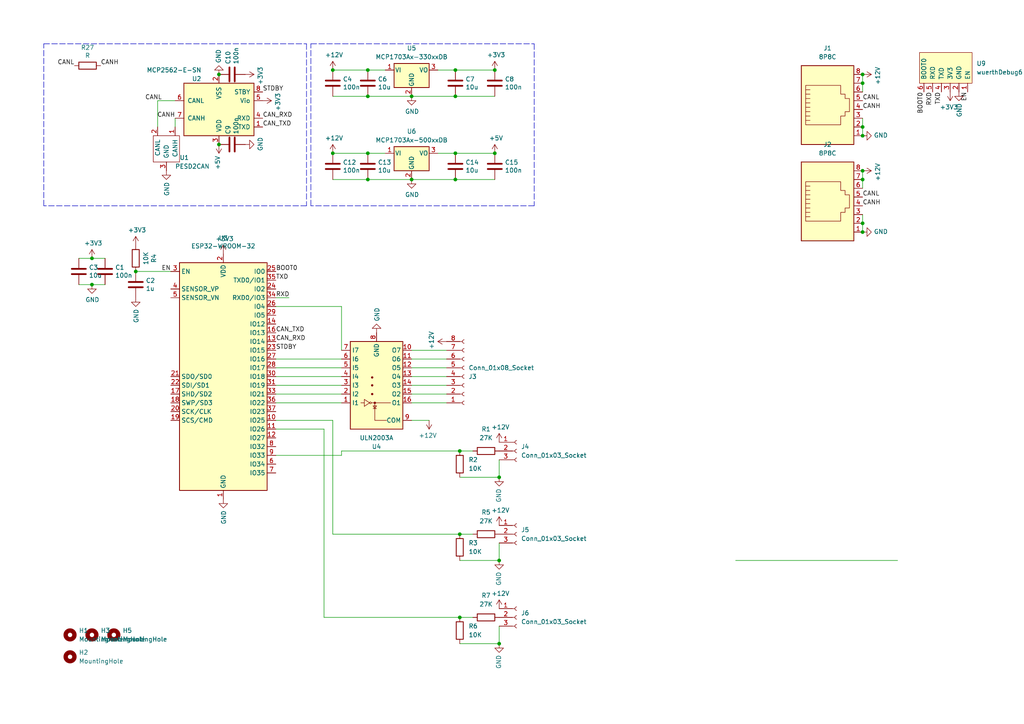
<source format=kicad_sch>
(kicad_sch (version 20231120) (generator "eeschema") (generator_version "8.0")
  (paper "A4")
  (lib_symbols
    (symbol "Connector:8P8C" (pin_names (offset 1.016))
      (property "Reference" "J" (at -5.08 13.97 0))
      (property "Value" "8P8C" (at 2.54 13.97 0))
      (symbol "8P8C_0_1"
        (polyline (pts (xy -5.08 4.445) (xy -6.35 4.445)))
        (polyline (pts (xy -5.08 5.715) (xy -6.35 5.715)))
        (polyline (pts (xy -6.35 -3.175) (xy -5.08 -3.175) (xy -5.08 -3.175)))
        (polyline (pts (xy -6.35 -1.905) (xy -5.08 -1.905) (xy -5.08 -1.905)))
        (polyline (pts (xy -6.35 -0.635) (xy -5.08 -0.635) (xy -5.08 -0.635)))
        (polyline (pts (xy -6.35 0.635) (xy -5.08 0.635) (xy -5.08 0.635)))
        (polyline (pts (xy -6.35 1.905) (xy -5.08 1.905) (xy -5.08 1.905)))
        (polyline (pts (xy -5.08 3.175) (xy -6.35 3.175) (xy -6.35 3.175)))
        (polyline (pts (xy -6.35 -4.445) (xy -6.35 6.985) (xy 3.81 6.985) (xy 3.81 4.445) (xy 5.08 4.445) (xy 5.08 3.175) (xy 6.35 3.175) (xy 6.35 -0.635) (xy 5.08 -0.635) (xy 5.08 -1.905) (xy 3.81 -1.905) (xy 3.81 -4.445) (xy -6.35 -4.445) (xy -6.35 -4.445)))
        (rectangle (start 7.62 12.7) (end -7.62 -10.16) (stroke (width 0.254)) (fill (type background)))
      )
      (symbol "8P8C_1_1"
        (pin passive line (at 10.16 -7.62 180) (length 2.54) (name "~") (number "1"))
        (pin passive line (at 10.16 -5.08 180) (length 2.54) (name "~") (number "2"))
        (pin passive line (at 10.16 -2.54 180) (length 2.54) (name "~") (number "3"))
        (pin passive line (at 10.16 0 180) (length 2.54) (name "~") (number "4"))
        (pin passive line (at 10.16 2.54 180) (length 2.54) (name "~") (number "5"))
        (pin passive line (at 10.16 5.08 180) (length 2.54) (name "~") (number "6"))
        (pin passive line (at 10.16 7.62 180) (length 2.54) (name "~") (number "7"))
        (pin passive line (at 10.16 10.16 180) (length 2.54) (name "~") (number "8"))
      )
    )
    (symbol "Connector:Conn_01x03_Socket" (pin_names (offset 1.016) hide)
      (property "Reference" "J" (at 0 5.08 0))
      (property "Value" "Conn_01x03_Socket" (at 0 -5.08 0))
      (symbol "Conn_01x03_Socket_1_1"
        (arc (start 0 -2.032) (mid -0.5058 -2.54) (end 0 -3.048) (stroke (width 0.1524)))
        (polyline (pts (xy -1.27 -2.54) (xy -0.508 -2.54)) (stroke (width 0.1524)))
        (polyline (pts (xy -1.27 0) (xy -0.508 0)) (stroke (width 0.1524)))
        (polyline (pts (xy -1.27 2.54) (xy -0.508 2.54)) (stroke (width 0.1524)))
        (arc (start 0 0.508) (mid -0.5058 0) (end 0 -0.508) (stroke (width 0.1524)))
        (arc (start 0 3.048) (mid -0.5058 2.54) (end 0 2.032) (stroke (width 0.1524)))
        (pin passive line (at -5.08 2.54 0) (length 3.81) (name "Pin_1") (number "1"))
        (pin passive line (at -5.08 0 0) (length 3.81) (name "Pin_2") (number "2"))
        (pin passive line (at -5.08 -2.54 0) (length 3.81) (name "Pin_3") (number "3"))
      )
    )
    (symbol "Connector:Conn_01x08_Socket" (pin_names (offset 1.016) hide)
      (property "Reference" "J" (at 0 10.16 0))
      (property "Value" "Conn_01x08_Socket" (at 0 -12.7 0))
      (symbol "Conn_01x08_Socket_1_1"
        (arc (start 0 -9.652) (mid -0.5058 -10.16) (end 0 -10.668) (stroke (width 0.1524)))
        (arc (start 0 -7.112) (mid -0.5058 -7.62) (end 0 -8.128) (stroke (width 0.1524)))
        (arc (start 0 -4.572) (mid -0.5058 -5.08) (end 0 -5.588) (stroke (width 0.1524)))
        (arc (start 0 -2.032) (mid -0.5058 -2.54) (end 0 -3.048) (stroke (width 0.1524)))
        (polyline (pts (xy -1.27 -10.16) (xy -0.508 -10.16)) (stroke (width 0.1524)))
        (polyline (pts (xy -1.27 -7.62) (xy -0.508 -7.62)) (stroke (width 0.1524)))
        (polyline (pts (xy -1.27 -5.08) (xy -0.508 -5.08)) (stroke (width 0.1524)))
        (polyline (pts (xy -1.27 -2.54) (xy -0.508 -2.54)) (stroke (width 0.1524)))
        (polyline (pts (xy -1.27 0) (xy -0.508 0)) (stroke (width 0.1524)))
        (polyline (pts (xy -1.27 2.54) (xy -0.508 2.54)) (stroke (width 0.1524)))
        (polyline (pts (xy -1.27 5.08) (xy -0.508 5.08)) (stroke (width 0.1524)))
        (polyline (pts (xy -1.27 7.62) (xy -0.508 7.62)) (stroke (width 0.1524)))
        (arc (start 0 0.508) (mid -0.5058 0) (end 0 -0.508) (stroke (width 0.1524)))
        (arc (start 0 3.048) (mid -0.5058 2.54) (end 0 2.032) (stroke (width 0.1524)))
        (arc (start 0 5.588) (mid -0.5058 5.08) (end 0 4.572) (stroke (width 0.1524)))
        (arc (start 0 8.128) (mid -0.5058 7.62) (end 0 7.112) (stroke (width 0.1524)))
        (pin passive line (at -5.08 7.62 0) (length 3.81) (name "Pin_1") (number "1"))
        (pin passive line (at -5.08 5.08 0) (length 3.81) (name "Pin_2") (number "2"))
        (pin passive line (at -5.08 2.54 0) (length 3.81) (name "Pin_3") (number "3"))
        (pin passive line (at -5.08 0 0) (length 3.81) (name "Pin_4") (number "4"))
        (pin passive line (at -5.08 -2.54 0) (length 3.81) (name "Pin_5") (number "5"))
        (pin passive line (at -5.08 -5.08 0) (length 3.81) (name "Pin_6") (number "6"))
        (pin passive line (at -5.08 -7.62 0) (length 3.81) (name "Pin_7") (number "7"))
        (pin passive line (at -5.08 -10.16 0) (length 3.81) (name "Pin_8") (number "8"))
      )
    )
    (symbol "Device:C" (pin_numbers hide) (pin_names (offset 0.254))
      (property "Reference" "C" (at 0.635 2.54 0))
      (property "Value" "C" (at 0.635 -2.54 0))
      (symbol "C_0_1"
        (polyline (pts (xy -2.032 -0.762) (xy 2.032 -0.762)) (stroke (width 0.508)))
        (polyline (pts (xy -2.032 0.762) (xy 2.032 0.762)) (stroke (width 0.508)))
      )
      (symbol "C_1_1"
        (pin passive line (at 0 3.81 270) (length 2.794) (name "~") (number "1"))
        (pin passive line (at 0 -3.81 90) (length 2.794) (name "~") (number "2"))
      )
    )
    (symbol "Device:R" (pin_numbers hide) (pin_names (offset 0))
      (property "Reference" "R" (at 2.032 0 90))
      (property "Value" "R" (at 0 0 90))
      (symbol "R_0_1"
        (rectangle (start -1.016 -2.54) (end 1.016 2.54) (stroke (width 0.254)))
      )
      (symbol "R_1_1"
        (pin passive line (at 0 3.81 270) (length 1.27) (name "~") (number "1"))
        (pin passive line (at 0 -3.81 90) (length 1.27) (name "~") (number "2"))
      )
    )
    (symbol "Interface_CAN_LIN:MCP2562-E-SN" (pin_names (offset 1.016))
      (property "Reference" "U" (at -10.16 8.89 0))
      (property "Value" "MCP2562-E-SN" (at 2.54 8.89 0))
      (symbol "MCP2562-E-SN_0_1"
        (rectangle (start -10.16 7.62) (end 10.16 -7.62) (stroke (width 0.254)) (fill (type background)))
      )
      (symbol "MCP2562-E-SN_1_1"
        (pin input line (at -12.7 5.08 0) (length 2.54) (name "TXD") (number "1"))
        (pin power_in line (at 0 -10.16 90) (length 2.54) (name "VSS") (number "2"))
        (pin power_in line (at 0 10.16 270) (length 2.54) (name "VDD") (number "3"))
        (pin output line (at -12.7 2.54 0) (length 2.54) (name "RXD") (number "4"))
        (pin power_in line (at -12.7 -2.54 0) (length 2.54) (name "Vio") (number "5"))
        (pin bidirectional line (at 12.7 -2.54 180) (length 2.54) (name "CANL") (number "6"))
        (pin bidirectional line (at 12.7 2.54 180) (length 2.54) (name "CANH") (number "7"))
        (pin input line (at -12.7 -5.08 0) (length 2.54) (name "STBY") (number "8"))
      )
    )
    (symbol "Mechanical:MountingHole" (pin_names (offset 1.016))
      (property "Reference" "H" (at 0 5.08 0))
      (property "Value" "MountingHole" (at 0 3.175 0))
      (symbol "MountingHole_0_1"
        (circle (center 0 0) (radius 1.27) (stroke (width 1.27)))
      )
    )
    (symbol "RF_Module:ESP32-WROOM-32"
      (property "Reference" "U" (at -12.7 34.29 0))
      (property "Value" "ESP32-WROOM-32" (at 1.27 34.29 0))
      (symbol "ESP32-WROOM-32_0_1"
        (rectangle (start -12.7 33.02) (end 12.7 -33.02) (stroke (width 0.254)) (fill (type background)))
      )
      (symbol "ESP32-WROOM-32_1_1"
        (pin power_in line (at 0 -35.56 90) (length 2.54) (name "GND") (number "1"))
        (pin bidirectional line (at 15.24 -12.7 180) (length 2.54) (name "IO25") (number "10"))
        (pin bidirectional line (at 15.24 -15.24 180) (length 2.54) (name "IO26") (number "11"))
        (pin bidirectional line (at 15.24 -17.78 180) (length 2.54) (name "IO27") (number "12"))
        (pin bidirectional line (at 15.24 10.16 180) (length 2.54) (name "IO14") (number "13"))
        (pin bidirectional line (at 15.24 15.24 180) (length 2.54) (name "IO12") (number "14"))
        (pin passive line (at 0 -35.56 90) (length 2.54) hide (name "GND") (number "15"))
        (pin bidirectional line (at 15.24 12.7 180) (length 2.54) (name "IO13") (number "16"))
        (pin bidirectional line (at -15.24 -5.08 0) (length 2.54) (name "SHD/SD2") (number "17"))
        (pin bidirectional line (at -15.24 -7.62 0) (length 2.54) (name "SWP/SD3") (number "18"))
        (pin bidirectional line (at -15.24 -12.7 0) (length 2.54) (name "SCS/CMD") (number "19"))
        (pin power_in line (at 0 35.56 270) (length 2.54) (name "VDD") (number "2"))
        (pin bidirectional line (at -15.24 -10.16 0) (length 2.54) (name "SCK/CLK") (number "20"))
        (pin bidirectional line (at -15.24 0 0) (length 2.54) (name "SDO/SD0") (number "21"))
        (pin bidirectional line (at -15.24 -2.54 0) (length 2.54) (name "SDI/SD1") (number "22"))
        (pin bidirectional line (at 15.24 7.62 180) (length 2.54) (name "IO15") (number "23"))
        (pin bidirectional line (at 15.24 25.4 180) (length 2.54) (name "IO2") (number "24"))
        (pin bidirectional line (at 15.24 30.48 180) (length 2.54) (name "IO0") (number "25"))
        (pin bidirectional line (at 15.24 20.32 180) (length 2.54) (name "IO4") (number "26"))
        (pin bidirectional line (at 15.24 5.08 180) (length 2.54) (name "IO16") (number "27"))
        (pin bidirectional line (at 15.24 2.54 180) (length 2.54) (name "IO17") (number "28"))
        (pin bidirectional line (at 15.24 17.78 180) (length 2.54) (name "IO5") (number "29"))
        (pin input line (at -15.24 30.48 0) (length 2.54) (name "EN") (number "3"))
        (pin bidirectional line (at 15.24 0 180) (length 2.54) (name "IO18") (number "30"))
        (pin bidirectional line (at 15.24 -2.54 180) (length 2.54) (name "IO19") (number "31"))
        (pin no_connect line (at -12.7 -27.94 0) (length 2.54) hide (name "NC") (number "32"))
        (pin bidirectional line (at 15.24 -5.08 180) (length 2.54) (name "IO21") (number "33"))
        (pin bidirectional line (at 15.24 22.86 180) (length 2.54) (name "RXD0/IO3") (number "34"))
        (pin bidirectional line (at 15.24 27.94 180) (length 2.54) (name "TXD0/IO1") (number "35"))
        (pin bidirectional line (at 15.24 -7.62 180) (length 2.54) (name "IO22") (number "36"))
        (pin bidirectional line (at 15.24 -10.16 180) (length 2.54) (name "IO23") (number "37"))
        (pin passive line (at 0 -35.56 90) (length 2.54) hide (name "GND") (number "38"))
        (pin passive line (at 0 -35.56 90) (length 2.54) hide (name "GND") (number "39"))
        (pin input line (at -15.24 25.4 0) (length 2.54) (name "SENSOR_VP") (number "4"))
        (pin input line (at -15.24 22.86 0) (length 2.54) (name "SENSOR_VN") (number "5"))
        (pin input line (at 15.24 -25.4 180) (length 2.54) (name "IO34") (number "6"))
        (pin input line (at 15.24 -27.94 180) (length 2.54) (name "IO35") (number "7"))
        (pin bidirectional line (at 15.24 -20.32 180) (length 2.54) (name "IO32") (number "8"))
        (pin bidirectional line (at 15.24 -22.86 180) (length 2.54) (name "IO33") (number "9"))
      )
    )
    (symbol "Regulator_Linear:MCP1703Ax-330xxDB" (pin_names (offset 0.254))
      (property "Reference" "U" (at -3.81 3.175 0))
      (property "Value" "MCP1703Ax-330xxDB" (at 0 3.175 0))
      (symbol "MCP1703Ax-330xxDB_0_1"
        (rectangle (start -5.08 -5.08) (end 5.08 1.905) (stroke (width 0.254)) (fill (type background)))
      )
      (symbol "MCP1703Ax-330xxDB_1_1"
        (pin power_in line (at -7.62 0 0) (length 2.54) (name "VI") (number "1"))
        (pin power_in line (at 0 -7.62 90) (length 2.54) (name "GND") (number "2"))
        (pin power_out line (at 7.62 0 180) (length 2.54) (name "VO") (number "3"))
      )
    )
    (symbol "Regulator_Linear:MCP1703Ax-500xxDB" (pin_names (offset 0.254))
      (property "Reference" "U" (at -3.81 3.175 0))
      (property "Value" "MCP1703Ax-500xxDB" (at 0 3.175 0))
      (symbol "MCP1703Ax-500xxDB_0_1"
        (rectangle (start -5.08 -5.08) (end 5.08 1.905) (stroke (width 0.254)) (fill (type background)))
      )
      (symbol "MCP1703Ax-500xxDB_1_1"
        (pin power_in line (at -7.62 0 0) (length 2.54) (name "VI") (number "1"))
        (pin power_in line (at 0 -7.62 90) (length 2.54) (name "GND") (number "2"))
        (pin power_out line (at 7.62 0 180) (length 2.54) (name "VO") (number "3"))
      )
    )
    (symbol "Transistor_Array:ULN2003A"
      (property "Reference" "U" (at 0 15.875 0))
      (property "Value" "ULN2003A" (at 0 13.97 0))
      (symbol "ULN2003A_0_1"
        (rectangle (start -7.62 -12.7) (end 7.62 12.7) (stroke (width 0.254)) (fill (type background)))
        (circle (center -1.778 5.08) (radius 0.254))
        (circle (center -1.27 -2.286) (radius 0.254) (fill (type outline)))
        (circle (center -1.27 0) (radius 0.254) (fill (type outline)))
        (circle (center -1.27 2.54) (radius 0.254) (fill (type outline)))
        (circle (center -0.508 5.08) (radius 0.254) (fill (type outline)))
        (polyline (pts (xy -4.572 5.08) (xy -3.556 5.08)))
        (polyline (pts (xy -1.524 5.08) (xy 4.064 5.08)))
        (polyline (pts (xy 0 6.731) (xy -1.016 6.731)))
        (polyline (pts (xy -0.508 5.08) (xy -0.508 10.16) (xy 2.921 10.16)))
        (polyline (pts (xy -3.556 6.096) (xy -3.556 4.064) (xy -2.032 5.08) (xy -3.556 6.096)))
        (polyline (pts (xy 0 5.969) (xy -1.016 5.969) (xy -0.508 6.731) (xy 0 5.969)))
      )
      (symbol "ULN2003A_1_1"
        (pin input line (at -10.16 5.08 0) (length 2.54) (name "I1") (number "1"))
        (pin open_collector line (at 10.16 -10.16 180) (length 2.54) (name "O7") (number "10"))
        (pin open_collector line (at 10.16 -7.62 180) (length 2.54) (name "O6") (number "11"))
        (pin open_collector line (at 10.16 -5.08 180) (length 2.54) (name "O5") (number "12"))
        (pin open_collector line (at 10.16 -2.54 180) (length 2.54) (name "O4") (number "13"))
        (pin open_collector line (at 10.16 0 180) (length 2.54) (name "O3") (number "14"))
        (pin open_collector line (at 10.16 2.54 180) (length 2.54) (name "O2") (number "15"))
        (pin open_collector line (at 10.16 5.08 180) (length 2.54) (name "O1") (number "16"))
        (pin input line (at -10.16 2.54 0) (length 2.54) (name "I2") (number "2"))
        (pin input line (at -10.16 0 0) (length 2.54) (name "I3") (number "3"))
        (pin input line (at -10.16 -2.54 0) (length 2.54) (name "I4") (number "4"))
        (pin input line (at -10.16 -5.08 0) (length 2.54) (name "I5") (number "5"))
        (pin input line (at -10.16 -7.62 0) (length 2.54) (name "I6") (number "6"))
        (pin input line (at -10.16 -10.16 0) (length 2.54) (name "I7") (number "7"))
        (pin power_in line (at 0 -15.24 90) (length 2.54) (name "GND") (number "8"))
        (pin passive line (at 10.16 10.16 180) (length 2.54) (name "COM") (number "9"))
      )
    )
    (symbol "awesome:PESD2CAN" (pin_names (offset 1.016))
      (property "Reference" "U" (at 0 0 0))
      (property "Value" "PESD2CAN" (at 0 0 0))
      (symbol "PESD2CAN_0_1"
        (rectangle (start -3.81 -1.27) (end 3.81 -8.89))
      )
      (symbol "PESD2CAN_1_1"
        (pin input line (at -6.35 -2.54 0) (length 2.54) (name "CANH") (number "1"))
        (pin input line (at -6.35 -7.62 0) (length 2.54) (name "CANL") (number "2"))
        (pin output line (at 6.35 -5.08 180) (length 2.54) (name "GND") (number "3"))
      )
    )
    (symbol "awesome:wuerthDebug6" (pin_names (offset 1.016))
      (property "Reference" "U" (at 0 0 0))
      (property "Value" "wuerthDebug6" (at 0 -19.05 0))
      (symbol "wuerthDebug6_0_1"
        (rectangle (start -5.08 -1.27) (end 3.81 -16.51) (fill (type background)))
      )
      (symbol "wuerthDebug6_1_1"
        (pin input line (at 6.35 -2.54 180) (length 2.54) (name "EN") (number "1"))
        (pin input line (at 6.35 -5.08 180) (length 2.54) (name "GND") (number "2"))
        (pin input line (at 6.35 -7.62 180) (length 2.54) (name "3V3") (number "3"))
        (pin input line (at 6.35 -10.16 180) (length 2.54) (name "TXD") (number "4"))
        (pin input line (at 6.35 -12.7 180) (length 2.54) (name "RXD") (number "5"))
        (pin input line (at 6.35 -15.24 180) (length 2.54) (name "BOOT0") (number "6"))
      )
    )
    (symbol "power:+12V" (power) (pin_names (offset 0))
      (property "Value" "+12V" (at 0 3.556 0))
      (symbol "+12V_0_1"
        (polyline (pts (xy -0.762 1.27) (xy 0 2.54)))
        (polyline (pts (xy 0 0) (xy 0 2.54)))
        (polyline (pts (xy 0 2.54) (xy 0.762 1.27)))
      )
      (symbol "+12V_1_1"
        (pin power_in line (at 0 0 90) (length 0) hide (name "+12V") (number "1"))
      )
    )
    (symbol "power:+3V3" (power) (pin_names (offset 0))
      (property "Value" "+3V3" (at 0 3.556 0))
      (symbol "+3V3_0_1"
        (polyline (pts (xy -0.762 1.27) (xy 0 2.54)))
        (polyline (pts (xy 0 0) (xy 0 2.54)))
        (polyline (pts (xy 0 2.54) (xy 0.762 1.27)))
      )
      (symbol "+3V3_1_1"
        (pin power_in line (at 0 0 90) (length 0) hide (name "+3V3") (number "1"))
      )
    )
    (symbol "power:+5V" (power) (pin_names (offset 0))
      (property "Value" "+5V" (at 0 3.556 0))
      (symbol "+5V_0_1"
        (polyline (pts (xy -0.762 1.27) (xy 0 2.54)))
        (polyline (pts (xy 0 0) (xy 0 2.54)))
        (polyline (pts (xy 0 2.54) (xy 0.762 1.27)))
      )
      (symbol "+5V_1_1"
        (pin power_in line (at 0 0 90) (length 0) hide (name "+5V") (number "1"))
      )
    )
    (symbol "power:GND" (power) (pin_names (offset 0))
      (property "Value" "GND" (at 0 -3.81 0))
      (symbol "GND_0_1"
        (polyline (pts (xy 0 0) (xy 0 -1.27) (xy 1.27 -1.27) (xy 0 -2.54) (xy -1.27 -1.27) (xy 0 -1.27)))
      )
      (symbol "GND_1_1"
        (pin power_in line (at 0 0 270) (length 0) hide (name "GND") (number "1"))
      )
    )
  )
  (junction (at 132.08 20.32))
  (junction (at 133.35 154.94))
  (junction (at 26.67 74.93))
  (junction (at 133.35 130.81))
  (junction (at 250.19 39.37))
  (junction (at 250.19 67.31))
  (junction (at 250.19 21.59))
  (junction (at 143.51 20.32))
  (junction (at 106.68 44.45))
  (junction (at 144.78 138.43))
  (junction (at 106.68 52.07))
  (junction (at 250.19 24.13))
  (junction (at 132.08 52.07))
  (junction (at 63.5 41.91))
  (junction (at 39.37 78.74))
  (junction (at 132.08 27.94))
  (junction (at 250.19 64.77))
  (junction (at 132.08 44.45))
  (junction (at 143.51 44.45))
  (junction (at 250.19 36.83))
  (junction (at 96.52 20.32))
  (junction (at 96.52 44.45))
  (junction (at 144.78 186.69))
  (junction (at 119.38 52.07))
  (junction (at 144.78 162.56))
  (junction (at 119.38 27.94))
  (junction (at 106.68 20.32))
  (junction (at 106.68 27.94))
  (junction (at 250.19 52.07))
  (junction (at 133.35 179.07))
  (junction (at 63.5 21.59))
  (junction (at 26.67 82.55))
  (junction (at 250.19 49.53))
  (wire (pts (xy 93.98 179.07) (xy 133.35 179.07)))
  (wire (pts (xy 80.01 124.46) (xy 93.98 124.46)))
  (wire (pts (xy 250.19 52.07) (xy 250.19 54.61)))
  (wire (pts (xy 45.72 36.83) (xy 45.72 29.21)))
  (wire (pts (xy 96.52 44.45) (xy 106.68 44.45)))
  (wire (pts (xy 250.19 49.53) (xy 250.19 52.07)))
  (wire (pts (xy 80.01 88.9) (xy 99.06 88.9)))
  (wire (pts (xy 80.01 106.68) (xy 99.06 106.68)))
  (wire (pts (xy 96.52 154.94) (xy 133.35 154.94)))
  (wire (pts (xy 133.35 186.69) (xy 144.78 186.69)))
  (wire (pts (xy 45.72 29.21) (xy 50.8 29.21)))
  (wire (pts (xy 93.98 124.46) (xy 93.98 179.07)))
  (wire (pts (xy 250.19 62.23) (xy 250.19 64.77)))
  (wire (pts (xy 106.68 27.94) (xy 119.38 27.94)))
  (wire (pts (xy 83.82 86.36) (xy 80.01 86.36)))
  (wire (pts (xy 80.01 132.08) (xy 99.06 132.08)))
  (wire (pts (xy 133.35 162.56) (xy 144.78 162.56)))
  (wire (pts (xy 143.51 20.32) (xy 132.08 20.32)))
  (wire (pts (xy 133.35 179.07) (xy 137.16 179.07)))
  (wire (pts (xy 143.51 44.45) (xy 132.08 44.45)))
  (wire (pts (xy 49.53 78.74) (xy 39.37 78.74)))
  (wire (pts (xy 119.38 116.84) (xy 129.54 116.84)))
  (wire (pts (xy 250.19 34.29) (xy 250.19 36.83)))
  (wire (pts (xy 26.67 74.93) (xy 30.48 74.93)))
  (wire (pts (xy 132.08 27.94) (xy 143.51 27.94)))
  (wire (pts (xy 80.01 116.84) (xy 99.06 116.84)))
  (wire (pts (xy 119.38 114.3) (xy 129.54 114.3)))
  (wire (pts (xy 119.38 104.14) (xy 129.54 104.14)))
  (polyline (pts (xy 12.7 12.7) (xy 88.9 12.7)) (stroke (width 0) (type dash)))
  (wire (pts (xy 119.38 111.76) (xy 129.54 111.76)))
  (polyline (pts (xy 88.9 12.7) (xy 88.9 59.69)) (stroke (width 0) (type dash)))
  (wire (pts (xy 80.01 109.22) (xy 99.06 109.22)))
  (wire (pts (xy 96.52 121.92) (xy 96.52 154.94)))
  (wire (pts (xy 132.08 44.45) (xy 127 44.45)))
  (wire (pts (xy 96.52 20.32) (xy 106.68 20.32)))
  (wire (pts (xy 119.38 109.22) (xy 129.54 109.22)))
  (wire (pts (xy 119.38 27.94) (xy 132.08 27.94)))
  (wire (pts (xy 132.08 52.07) (xy 143.51 52.07)))
  (polyline (pts (xy 90.17 59.69) (xy 90.17 12.7)) (stroke (width 0) (type dash)))
  (wire (pts (xy 144.78 138.43) (xy 144.78 133.35)))
  (wire (pts (xy 213.36 162.56) (xy 260.35 162.56)))
  (wire (pts (xy 106.68 20.32) (xy 111.76 20.32)))
  (wire (pts (xy 250.19 36.83) (xy 250.19 39.37)))
  (wire (pts (xy 133.35 138.43) (xy 144.78 138.43)))
  (wire (pts (xy 144.78 162.56) (xy 144.78 157.48)))
  (wire (pts (xy 119.38 106.68) (xy 129.54 106.68)))
  (wire (pts (xy 144.78 186.69) (xy 144.78 181.61)))
  (wire (pts (xy 133.35 130.81) (xy 137.16 130.81)))
  (wire (pts (xy 250.19 64.77) (xy 250.19 67.31)))
  (wire (pts (xy 50.8 36.83) (xy 50.8 34.29)))
  (wire (pts (xy 80.01 121.92) (xy 96.52 121.92)))
  (polyline (pts (xy 154.94 59.69) (xy 90.17 59.69)) (stroke (width 0) (type dash)))
  (wire (pts (xy 106.68 52.07) (xy 119.38 52.07)))
  (wire (pts (xy 80.01 114.3) (xy 99.06 114.3)))
  (polyline (pts (xy 154.94 12.7) (xy 154.94 59.69)) (stroke (width 0) (type dash)))
  (wire (pts (xy 26.67 82.55) (xy 22.86 82.55)))
  (wire (pts (xy 106.68 44.45) (xy 111.76 44.45)))
  (wire (pts (xy 96.52 27.94) (xy 106.68 27.94)))
  (wire (pts (xy 119.38 121.92) (xy 124.46 121.92)))
  (wire (pts (xy 133.35 130.81) (xy 99.06 130.81)))
  (polyline (pts (xy 12.7 59.69) (xy 12.7 12.7)) (stroke (width 0) (type dash)))
  (polyline (pts (xy 88.9 59.69) (xy 12.7 59.69)) (stroke (width 0) (type dash)))
  (wire (pts (xy 96.52 52.07) (xy 106.68 52.07)))
  (wire (pts (xy 22.86 74.93) (xy 26.67 74.93)))
  (wire (pts (xy 119.38 101.6) (xy 129.54 101.6)))
  (wire (pts (xy 250.19 21.59) (xy 250.19 24.13)))
  (wire (pts (xy 250.19 24.13) (xy 250.19 26.67)))
  (wire (pts (xy 133.35 154.94) (xy 137.16 154.94)))
  (wire (pts (xy 132.08 20.32) (xy 127 20.32)))
  (wire (pts (xy 80.01 111.76) (xy 99.06 111.76)))
  (wire (pts (xy 99.06 88.9) (xy 99.06 101.6)))
  (wire (pts (xy 119.38 52.07) (xy 132.08 52.07)))
  (wire (pts (xy 30.48 82.55) (xy 26.67 82.55)))
  (polyline (pts (xy 90.17 12.7) (xy 154.94 12.7)) (stroke (width 0) (type dash)))
  (wire (pts (xy 80.01 104.14) (xy 99.06 104.14)))
  (wire (pts (xy 99.06 132.08) (xy 99.06 130.81)))
  (label "CANL" (at 250.19 57.15 0))
  (label "STDBY" (at 80.01 101.6 0))
  (label "CAN_RXD" (at 80.01 99.06 0))
  (label "CAN_TXD" (at 80.01 96.52 0))
  (label "CAN_TXD" (at 76.2 36.83 0))
  (label "EN" (at 49.53 78.74 180))
  (label "CANL" (at 21.59 19.05 180))
  (label "CANL" (at 250.19 29.21 0))
  (label "TXD" (at 273.05 26.67 270))
  (label "CANH" (at 250.19 59.69 0))
  (label "CAN_RXD" (at 76.2 34.29 0))
  (label "BOOT0" (at 80.01 78.74 0))
  (label "STDBY" (at 76.2 26.67 0))
  (label "BOOT0" (at 267.97 26.67 270))
  (label "CANH" (at 29.21 19.05 0))
  (label "CANL" (at 46.99 29.21 180))
  (label "CANH" (at 250.19 31.75 0))
  (label "EN" (at 280.67 26.67 270))
  (label "TXD" (at 80.01 81.28 0))
  (label "CANH" (at 50.8 34.29 180))
  (label "RXD" (at 80.01 86.36 0))
  (label "RXD" (at 270.51 26.67 270))
  (symbol (lib_id "Interface_CAN_LIN:MCP2562-E-SN") (at 63.5 31.75 180) (unit 1)
    (property "Reference" "U2" (at 58.42 22.86 0) (effects (justify left)))
    (property "Value" "MCP2562-E-SN" (at 58.42 20.32 0) (effects (justify left)))
    (property "Footprint" "Package_SO:SOIC-8_3.9x4.9mm_P1.27mm" (effects (hide yes)))
    (property "Datasheet" "http://ww1.microchip.com/downloads/en/DeviceDoc/25167A.pdf" (effects (hide yes)))
  )
  (symbol (lib_id "awesome:PESD2CAN") (at 53.34 43.18 270) (unit 1)
    (property "Reference" "U1" (at 52.07 45.72 90) (effects (justify left)))
    (property "Value" "PESD2CAN" (at 50.8 48.26 90) (effects (justify left)))
    (property "Footprint" "Package_TO_SOT_SMD:SOT-23" (effects (hide yes)))
  )
  (symbol (lib_id "Device:C") (at 132.08 24.13 0) (unit 1)
    (property "Reference" "C7" (at 135.001 22.9616 0) (effects (justify left)))
    (property "Value" "10u" (at 135.001 25.273 0) (effects (justify left)))
    (property "Footprint" "Capacitor_SMD:C_0805_2012Metric_Pad1.18x1.45mm_HandSolder" (effects (hide yes)))
  )
  (symbol (lib_id "Device:C") (at 106.68 24.13 0) (unit 1)
    (property "Reference" "C6" (at 109.601 22.9616 0) (effects (justify left)))
    (property "Value" "10u" (at 109.601 25.273 0) (effects (justify left)))
    (property "Footprint" "Capacitor_SMD:C_0805_2012Metric_Pad1.18x1.45mm_HandSolder" (effects (hide yes)))
  )
  (symbol (lib_id "Device:C") (at 143.51 24.13 0) (unit 1)
    (property "Reference" "C8" (at 146.431 22.9616 0) (effects (justify left)))
    (property "Value" "100n" (at 146.431 25.273 0) (effects (justify left)))
    (property "Footprint" "Capacitor_SMD:C_0603_1608Metric_Pad1.08x0.95mm_HandSolder" (effects (hide yes)))
  )
  (symbol (lib_id "Device:C") (at 96.52 24.13 0) (unit 1)
    (property "Reference" "C4" (at 99.441 22.9616 0) (effects (justify left)))
    (property "Value" "100n" (at 99.441 25.273 0) (effects (justify left)))
    (property "Footprint" "Capacitor_SMD:C_0603_1608Metric_Pad1.08x0.95mm_HandSolder" (effects (hide yes)))
  )
  (symbol (lib_id "power:GND") (at 119.38 27.94 0) (unit 1)
    (property "Reference" "#PWR0101" (effects (hide yes)))
    (property "Value" "GND" (at 119.507 32.3342 0))
  )
  (symbol (lib_id "power:+3V3") (at 143.51 20.32 0) (unit 1)
    (property "Reference" "#PWR0103" (effects (hide yes)))
    (property "Value" "+3V3" (at 143.891 15.9258 0))
  )
  (symbol (lib_id "Device:C") (at 30.48 78.74 0) (unit 1)
    (property "Reference" "C1" (at 33.401 77.5716 0) (effects (justify left)))
    (property "Value" "100n" (at 33.401 79.883 0) (effects (justify left)))
    (property "Footprint" "Capacitor_SMD:C_0603_1608Metric_Pad1.08x0.95mm_HandSolder" (effects (hide yes)))
  )
  (symbol (lib_id "power:GND") (at 26.67 82.55 0) (unit 1)
    (property "Reference" "#PWR0108" (effects (hide yes)))
    (property "Value" "GND" (at 26.797 86.9442 0))
  )
  (symbol (lib_id "power:+3V3") (at 26.67 74.93 0) (unit 1)
    (property "Reference" "#PWR0109" (effects (hide yes)))
    (property "Value" "+3V3" (at 27.051 70.5358 0))
  )
  (symbol (lib_id "power:+5V") (at 63.5 41.91 180) (unit 1)
    (property "Reference" "#PWR0120" (effects (hide yes)))
    (property "Value" "+5V" (at 63.119 45.1612 90) (effects (justify left)))
  )
  (symbol (lib_id "power:GND") (at 63.5 21.59 180) (unit 1)
    (property "Reference" "#PWR0121" (effects (hide yes)))
    (property "Value" "GND" (at 63.373 18.3388 90) (effects (justify right)))
  )
  (symbol (lib_id "power:+3V3") (at 76.2 29.21 270) (unit 1)
    (property "Reference" "#PWR0122" (effects (hide yes)))
    (property "Value" "+3V3" (at 80.5942 29.591 0))
  )
  (symbol (lib_id "power:GND") (at 48.26 49.53 0) (unit 1)
    (property "Reference" "#PWR0123" (effects (hide yes)))
    (property "Value" "GND" (at 48.387 52.7812 90) (effects (justify right)))
  )
  (symbol (lib_id "Device:C") (at 67.31 41.91 90) (unit 1)
    (property "Reference" "C9" (at 66.1416 38.989 0) (effects (justify left)))
    (property "Value" "100n" (at 68.453 38.989 0) (effects (justify left)))
    (property "Footprint" "Capacitor_SMD:C_0603_1608Metric_Pad1.08x0.95mm_HandSolder" (effects (hide yes)))
  )
  (symbol (lib_id "power:GND") (at 71.12 41.91 90) (unit 1)
    (property "Reference" "#PWR0124" (effects (hide yes)))
    (property "Value" "GND" (at 75.5142 41.783 0))
  )
  (symbol (lib_id "Device:C") (at 67.31 21.59 270) (unit 1)
    (property "Reference" "C10" (at 66.1416 18.669 0) (effects (justify right)))
    (property "Value" "100n" (at 68.453 18.669 0) (effects (justify right)))
    (property "Footprint" "Capacitor_SMD:C_0603_1608Metric_Pad1.08x0.95mm_HandSolder" (effects (hide yes)))
  )
  (symbol (lib_id "power:+3V3") (at 71.12 21.59 270) (unit 1)
    (property "Reference" "#PWR0125" (effects (hide yes)))
    (property "Value" "+3V3" (at 75.5142 21.971 0))
  )
  (symbol (lib_id "Device:R") (at 25.4 19.05 270) (unit 1)
    (property "Reference" "R27" (at 25.4 13.7922 90))
    (property "Value" "R" (at 25.4 16.1036 90))
    (property "Footprint" "Resistor_SMD:R_0603_1608Metric_Pad0.98x0.95mm_HandSolder" (effects (hide yes)))
  )
  (symbol (lib_id "RF_Module:ESP32-WROOM-32") (at 64.77 109.22 0) (unit 1)
    (property "Reference" "U3" (at 64.77 69.0626 0))
    (property "Value" "ESP32-WROOM-32" (at 64.77 71.374 0))
    (property "Footprint" "awesome:ESP32-WROOM-32" (effects (hide yes)))
    (property "Datasheet" "https://www.espressif.com/sites/default/files/documentation/esp32-wroom-32_datasheet_en.pdf" (effects (hide yes)))
  )
  (symbol (lib_id "power:+3V3") (at 275.59 26.67 180) (unit 1)
    (property "Reference" "#PWR0107" (effects (hide yes)))
    (property "Value" "+3V3" (at 275.209 31.0642 0))
  )
  (symbol (lib_id "power:GND") (at 278.13 26.67 0) (unit 1)
    (property "Reference" "#PWR0111" (effects (hide yes)))
    (property "Value" "GND" (at 278.257 29.9212 90) (effects (justify right)))
  )
  (symbol (lib_id "power:+3V3") (at 64.77 73.66 0) (unit 1)
    (property "Reference" "#PWR0114" (effects (hide yes)))
    (property "Value" "+3V3" (at 65.151 69.2658 0))
  )
  (symbol (lib_id "power:GND") (at 64.77 144.78 0) (unit 1)
    (property "Reference" "#PWR0115" (effects (hide yes)))
    (property "Value" "GND" (at 64.897 148.0312 90) (effects (justify right)))
  )
  (symbol (lib_id "Device:R") (at 39.37 74.93 180) (unit 1)
    (property "Reference" "R4" (at 44.6278 74.93 90))
    (property "Value" "10K" (at 42.3164 74.93 90))
    (property "Footprint" "Resistor_SMD:R_0603_1608Metric_Pad0.98x0.95mm_HandSolder" (effects (hide yes)))
  )
  (symbol (lib_id "Device:C") (at 39.37 82.55 0) (unit 1)
    (property "Reference" "C2" (at 42.291 81.3816 0) (effects (justify left)))
    (property "Value" "1u" (at 42.291 83.693 0) (effects (justify left)))
    (property "Footprint" "Capacitor_SMD:C_0603_1608Metric_Pad1.08x0.95mm_HandSolder" (effects (hide yes)))
  )
  (symbol (lib_id "power:+3V3") (at 39.37 71.12 0) (unit 1)
    (property "Reference" "#PWR0117" (effects (hide yes)))
    (property "Value" "+3V3" (at 39.751 66.7258 0))
  )
  (symbol (lib_id "power:GND") (at 39.37 86.36 0) (unit 1)
    (property "Reference" "#PWR0119" (effects (hide yes)))
    (property "Value" "GND" (at 39.497 89.6112 90) (effects (justify right)))
  )
  (symbol (lib_id "Device:C") (at 22.86 78.74 0) (unit 1)
    (property "Reference" "C3" (at 25.781 77.5716 0) (effects (justify left)))
    (property "Value" "10u" (at 25.781 79.883 0) (effects (justify left)))
    (property "Footprint" "Capacitor_SMD:C_0805_2012Metric_Pad1.18x1.45mm_HandSolder" (effects (hide yes)))
  )
  (symbol (lib_id "power:GND") (at 109.22 96.52 0) (mirror x) (unit 1)
    (property "Reference" "#PWR0126" (effects (hide yes)))
    (property "Value" "GND" (at 109.347 93.2688 90) (effects (justify right)))
  )
  (symbol (lib_id "Device:R") (at 133.35 134.62 180) (unit 1)
    (property "Reference" "R2" (at 135.89 133.3499 0) (effects (justify right)))
    (property "Value" "10K" (at 135.89 135.8899 0) (effects (justify right)))
    (property "Footprint" "Resistor_SMD:R_0603_1608Metric_Pad0.98x0.95mm_HandSolder" (effects (hide yes)))
    (property "Description" "Resistor" (effects (hide yes)))
  )
  (symbol (lib_id "Device:R") (at 133.35 182.88 180) (unit 1)
    (property "Reference" "R6" (at 135.89 181.6099 0) (effects (justify right)))
    (property "Value" "10K" (at 135.89 184.1499 0) (effects (justify right)))
    (property "Footprint" "Resistor_SMD:R_0603_1608Metric_Pad0.98x0.95mm_HandSolder" (effects (hide yes)))
    (property "Description" "Resistor" (effects (hide yes)))
  )
  (symbol (lib_id "power:+12V") (at 96.52 44.45 0) (unit 1)
    (property "Reference" "#PWR04" (effects (hide yes)))
    (property "Value" "+12V" (at 96.901 40.0558 0))
  )
  (symbol (lib_id "Regulator_Linear:MCP1703Ax-330xxDB") (at 119.38 20.32 0) (unit 1)
    (property "Reference" "U5" (at 119.38 13.97 0))
    (property "Value" "MCP1703Ax-330xxDB" (at 119.38 16.51 0))
    (property "Footprint" "Package_TO_SOT_SMD:SOT-223-3_TabPin2" (effects (hide yes)))
    (property "Datasheet" "http://ww1.microchip.com/downloads/en/DeviceDoc/20005122B.pdf" (effects (hide yes)))
    (property "Description" "Low Quiescent Current LDO Regulator, 3.3V, 250mA, Vin<=16V, SOT-223" (effects (hide yes)))
  )
  (symbol (lib_id "Connector:8P8C") (at 240.03 31.75 0) (unit 1)
    (property "Reference" "J1" (at 240.03 13.97 0))
    (property "Value" "8P8C" (at 240.03 16.51 0))
    (property "Footprint" "Connector_RJ:RJ45_Ninigi_GE" (effects (hide yes)))
    (property "Description" "RJ connector, 8P8C (8 positions 8 connected), RJ31/RJ32/RJ33/RJ34/RJ35/RJ41/RJ45/RJ49/RJ61" (effects (hide yes)))
  )
  (symbol (lib_id "power:GND") (at 144.78 162.56 0) (mirror y) (unit 1)
    (property "Reference" "#PWR012" (effects (hide yes)))
    (property "Value" "GND" (at 144.653 165.8112 90) (effects (justify right)))
  )
  (symbol (lib_id "power:GND") (at 144.78 186.69 0) (mirror y) (unit 1)
    (property "Reference" "#PWR014" (effects (hide yes)))
    (property "Value" "GND" (at 144.653 189.9412 90) (effects (justify right)))
  )
  (symbol (lib_id "Connector:Conn_01x03_Socket") (at 149.86 130.81 0) (unit 1)
    (property "Reference" "J4" (at 151.13 129.5399 0) (effects (justify left)))
    (property "Value" "Conn_01x03_Socket" (at 151.13 132.0799 0) (effects (justify left)))
    (property "Footprint" "awesome:WAGO250-203" (effects (hide yes)))
    (property "Description" "Generic connector, single row, 01x03, script generated" (effects (hide yes)))
  )
  (symbol (lib_id "Mechanical:MountingHole") (at 20.32 184.15 0) (unit 1)
    (property "Reference" "H1" (at 22.86 182.8799 0) (effects (justify left)))
    (property "Value" "MountingHole" (at 22.86 185.4199 0) (effects (justify left)))
    (property "Footprint" "MountingHole:MountingHole_3.2mm_M3_DIN965" (effects (hide yes)))
  )
  (symbol (lib_id "power:GND") (at 250.19 39.37 90) (unit 1)
    (property "Reference" "#PWR08" (effects (hide yes)))
    (property "Value" "GND" (at 253.4412 39.243 90) (effects (justify right)))
  )
  (symbol (lib_id "Mechanical:MountingHole") (at 20.32 190.5 0) (unit 1)
    (property "Reference" "H2" (at 22.86 189.2299 0) (effects (justify left)))
    (property "Value" "MountingHole" (at 22.86 191.7699 0) (effects (justify left)))
    (property "Footprint" "MountingHole:MountingHole_3.2mm_M3_DIN965" (effects (hide yes)))
  )
  (symbol (lib_id "power:GND") (at 250.19 67.31 90) (unit 1)
    (property "Reference" "#PWR07" (effects (hide yes)))
    (property "Value" "GND" (at 253.4412 67.183 90) (effects (justify right)))
  )
  (symbol (lib_id "Transistor_Array:ULN2003A") (at 109.22 111.76 0) (mirror x) (unit 1)
    (property "Reference" "U4" (at 109.22 129.54 0))
    (property "Value" "ULN2003A" (at 109.22 127 0))
    (property "Footprint" "Package_SO:SOIC-16_3.9x9.9mm_P1.27mm" (effects (hide yes)))
    (property "Datasheet" "http://www.ti.com/lit/ds/symlink/uln2003a.pdf" (effects (hide yes)))
    (property "Description" "High Voltage, High Current Darlington Transistor Arrays, SOIC16/SOIC16W/DIP16/TSSOP16" (effects (hide yes)))
  )
  (symbol (lib_id "Device:R") (at 140.97 179.07 90) (unit 1)
    (property "Reference" "R7" (at 140.97 172.72 90))
    (property "Value" "27K" (at 140.97 175.26 90))
    (property "Footprint" "Resistor_SMD:R_0603_1608Metric_Pad0.98x0.95mm_HandSolder" (effects (hide yes)))
    (property "Description" "Resistor" (effects (hide yes)))
  )
  (symbol (lib_id "Mechanical:MountingHole") (at 33.02 184.15 0) (unit 1)
    (property "Reference" "H5" (at 35.56 182.8799 0) (effects (justify left)))
    (property "Value" "MountingHole" (at 35.56 185.4199 0) (effects (justify left)))
    (property "Footprint" "MountingHole:MountingHole_3.2mm_M3_DIN965" (effects (hide yes)))
  )
  (symbol (lib_id "awesome:wuerthDebug6") (at 283.21 20.32 270) (unit 1)
    (property "Reference" "U9" (at 283.21 18.4149 90) (effects (justify left)))
    (property "Value" "wuerthDebug6" (at 283.21 20.9549 90) (effects (justify left)))
    (property "Footprint" "awesome:wuerthDebug6" (effects (hide yes)))
  )
  (symbol (lib_id "power:GND") (at 119.38 52.07 0) (unit 1)
    (property "Reference" "#PWR02" (effects (hide yes)))
    (property "Value" "GND" (at 119.507 56.4642 0))
  )
  (symbol (lib_id "Mechanical:MountingHole") (at 26.67 184.15 0) (unit 1)
    (property "Reference" "H3" (at 29.21 182.8799 0) (effects (justify left)))
    (property "Value" "MountingHole" (at 29.21 185.4199 0) (effects (justify left)))
    (property "Footprint" "MountingHole:MountingHole_3.2mm_M3_DIN965" (effects (hide yes)))
  )
  (symbol (lib_id "Device:C") (at 143.51 48.26 0) (unit 1)
    (property "Reference" "C15" (at 146.431 47.0916 0) (effects (justify left)))
    (property "Value" "100n" (at 146.431 49.403 0) (effects (justify left)))
    (property "Footprint" "Capacitor_SMD:C_0603_1608Metric_Pad1.08x0.95mm_HandSolder" (effects (hide yes)))
  )
  (symbol (lib_id "Connector:8P8C") (at 240.03 59.69 0) (unit 1)
    (property "Reference" "J2" (at 240.03 41.91 0))
    (property "Value" "8P8C" (at 240.03 44.45 0))
    (property "Footprint" "Connector_RJ:RJ45_Ninigi_GE" (effects (hide yes)))
    (property "Description" "RJ connector, 8P8C (8 positions 8 connected), RJ31/RJ32/RJ33/RJ34/RJ35/RJ41/RJ45/RJ49/RJ61" (effects (hide yes)))
  )
  (symbol (lib_id "Connector:Conn_01x03_Socket") (at 149.86 154.94 0) (unit 1)
    (property "Reference" "J5" (at 151.13 153.6699 0) (effects (justify left)))
    (property "Value" "Conn_01x03_Socket" (at 151.13 156.2099 0) (effects (justify left)))
    (property "Footprint" "awesome:WAGO250-203" (effects (hide yes)))
    (property "Description" "Generic connector, single row, 01x03, script generated" (effects (hide yes)))
  )
  (symbol (lib_id "power:+12V") (at 129.54 99.06 90) (unit 1)
    (property "Reference" "#PWR015" (effects (hide yes)))
    (property "Value" "+12V" (at 125.1458 98.679 0))
  )
  (symbol (lib_id "Device:C") (at 106.68 48.26 0) (unit 1)
    (property "Reference" "C13" (at 109.601 47.0916 0) (effects (justify left)))
    (property "Value" "10u" (at 109.601 49.403 0) (effects (justify left)))
    (property "Footprint" "Capacitor_SMD:C_0805_2012Metric_Pad1.18x1.45mm_HandSolder" (effects (hide yes)))
  )
  (symbol (lib_id "power:+5V") (at 143.51 44.45 0) (unit 1)
    (property "Reference" "#PWR01" (effects (hide yes)))
    (property "Value" "+5V" (at 143.891 40.0558 0))
  )
  (symbol (lib_id "Regulator_Linear:MCP1703Ax-500xxDB") (at 119.38 44.45 0) (unit 1)
    (property "Reference" "U6" (at 119.38 38.1 0))
    (property "Value" "MCP1703Ax-500xxDB" (at 119.38 40.64 0))
    (property "Footprint" "Package_TO_SOT_SMD:SOT-223-3_TabPin2" (effects (hide yes)))
    (property "Datasheet" "http://ww1.microchip.com/downloads/en/DeviceDoc/20005122B.pdf" (effects (hide yes)))
    (property "Description" "Low Quiescent Current LDO Regulator, 5.0V, 250mA, Vin<=16V, SOT-223" (effects (hide yes)))
  )
  (symbol (lib_id "Device:C") (at 96.52 48.26 0) (unit 1)
    (property "Reference" "C12" (at 99.441 47.0916 0) (effects (justify left)))
    (property "Value" "100n" (at 99.441 49.403 0) (effects (justify left)))
    (property "Footprint" "Capacitor_SMD:C_0603_1608Metric_Pad1.08x0.95mm_HandSolder" (effects (hide yes)))
  )
  (symbol (lib_id "power:+12V") (at 250.19 49.53 270) (unit 1)
    (property "Reference" "#PWR06" (effects (hide yes)))
    (property "Value" "+12V" (at 254.5842 49.911 0))
  )
  (symbol (lib_id "power:+12V") (at 250.19 21.59 270) (unit 1)
    (property "Reference" "#PWR05" (effects (hide yes)))
    (property "Value" "+12V" (at 254.5842 21.971 0))
  )
  (symbol (lib_id "Device:R") (at 133.35 158.75 180) (unit 1)
    (property "Reference" "R3" (at 135.89 157.4799 0) (effects (justify right)))
    (property "Value" "10K" (at 135.89 160.0199 0) (effects (justify right)))
    (property "Footprint" "Resistor_SMD:R_0603_1608Metric_Pad0.98x0.95mm_HandSolder" (effects (hide yes)))
    (property "Description" "Resistor" (effects (hide yes)))
  )
  (symbol (lib_id "power:+12V") (at 144.78 152.4 0) (unit 1)
    (property "Reference" "#PWR011" (effects (hide yes)))
    (property "Value" "+12V" (at 145.161 148.0058 0))
  )
  (symbol (lib_id "power:+12V") (at 144.78 128.27 0) (unit 1)
    (property "Reference" "#PWR09" (effects (hide yes)))
    (property "Value" "+12V" (at 145.161 123.8758 0))
  )
  (symbol (lib_id "power:GND") (at 144.78 138.43 0) (mirror y) (unit 1)
    (property "Reference" "#PWR010" (effects (hide yes)))
    (property "Value" "GND" (at 144.653 141.6812 90) (effects (justify right)))
  )
  (symbol (lib_id "Connector:Conn_01x08_Socket") (at 134.62 109.22 0) (mirror x) (unit 1)
    (property "Reference" "J3" (at 135.89 109.2201 0) (effects (justify left)))
    (property "Value" "Conn_01x08_Socket" (at 135.89 106.6801 0) (effects (justify left)))
    (property "Footprint" "awesome:WAGO250-208" (effects (hide yes)))
    (property "Description" "Generic connector, single row, 01x08, script generated" (effects (hide yes)))
  )
  (symbol (lib_id "Device:R") (at 140.97 130.81 90) (unit 1)
    (property "Reference" "R1" (at 140.97 124.46 90))
    (property "Value" "27K" (at 140.97 127 90))
    (property "Footprint" "Resistor_SMD:R_0603_1608Metric_Pad0.98x0.95mm_HandSolder" (effects (hide yes)))
    (property "Description" "Resistor" (effects (hide yes)))
  )
  (symbol (lib_id "Device:R") (at 140.97 154.94 90) (unit 1)
    (property "Reference" "R5" (at 140.97 148.59 90))
    (property "Value" "27K" (at 140.97 151.13 90))
    (property "Footprint" "Resistor_SMD:R_0603_1608Metric_Pad0.98x0.95mm_HandSolder" (effects (hide yes)))
    (property "Description" "Resistor" (effects (hide yes)))
  )
  (symbol (lib_id "Device:C") (at 132.08 48.26 0) (unit 1)
    (property "Reference" "C14" (at 135.001 47.0916 0) (effects (justify left)))
    (property "Value" "10u" (at 135.001 49.403 0) (effects (justify left)))
    (property "Footprint" "Capacitor_SMD:C_0805_2012Metric_Pad1.18x1.45mm_HandSolder" (effects (hide yes)))
  )
  (symbol (lib_id "power:+12V") (at 124.46 121.92 180) (unit 1)
    (property "Reference" "#PWR0132" (effects (hide yes)))
    (property "Value" "+12V" (at 124.079 126.3142 0))
  )
  (symbol (lib_id "power:+12V") (at 96.52 20.32 0) (unit 1)
    (property "Reference" "#PWR03" (effects (hide yes)))
    (property "Value" "+12V" (at 96.901 15.9258 0))
  )
  (symbol (lib_id "Connector:Conn_01x03_Socket") (at 149.86 179.07 0) (unit 1)
    (property "Reference" "J6" (at 151.13 177.7999 0) (effects (justify left)))
    (property "Value" "Conn_01x03_Socket" (at 151.13 180.3399 0) (effects (justify left)))
    (property "Footprint" "awesome:WAGO250-203" (effects (hide yes)))
    (property "Description" "Generic connector, single row, 01x03, script generated" (effects (hide yes)))
  )
  (symbol (lib_id "power:+12V") (at 144.78 176.53 0) (unit 1)
    (property "Reference" "#PWR013" (effects (hide yes)))
    (property "Value" "+12V" (at 145.161 172.1358 0))
  )
)
</source>
